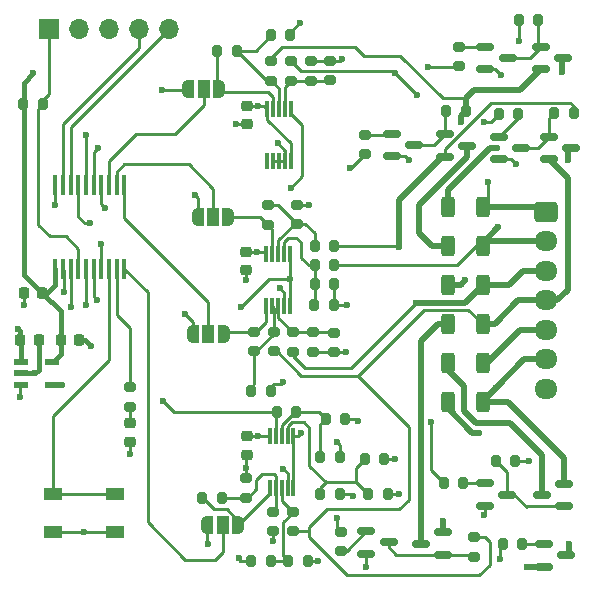
<source format=gtl>
G04 #@! TF.GenerationSoftware,KiCad,Pcbnew,(6.0.9)*
G04 #@! TF.CreationDate,2023-02-01T21:25:14-07:00*
G04 #@! TF.ProjectId,AutoDischarger,4175746f-4469-4736-9368-61726765722e,rev?*
G04 #@! TF.SameCoordinates,Original*
G04 #@! TF.FileFunction,Copper,L1,Top*
G04 #@! TF.FilePolarity,Positive*
%FSLAX46Y46*%
G04 Gerber Fmt 4.6, Leading zero omitted, Abs format (unit mm)*
G04 Created by KiCad (PCBNEW (6.0.9)) date 2023-02-01 21:25:14*
%MOMM*%
%LPD*%
G01*
G04 APERTURE LIST*
G04 Aperture macros list*
%AMRoundRect*
0 Rectangle with rounded corners*
0 $1 Rounding radius*
0 $2 $3 $4 $5 $6 $7 $8 $9 X,Y pos of 4 corners*
0 Add a 4 corners polygon primitive as box body*
4,1,4,$2,$3,$4,$5,$6,$7,$8,$9,$2,$3,0*
0 Add four circle primitives for the rounded corners*
1,1,$1+$1,$2,$3*
1,1,$1+$1,$4,$5*
1,1,$1+$1,$6,$7*
1,1,$1+$1,$8,$9*
0 Add four rect primitives between the rounded corners*
20,1,$1+$1,$2,$3,$4,$5,0*
20,1,$1+$1,$4,$5,$6,$7,0*
20,1,$1+$1,$6,$7,$8,$9,0*
20,1,$1+$1,$8,$9,$2,$3,0*%
%AMFreePoly0*
4,1,22,0.550000,-0.750000,0.000000,-0.750000,0.000000,-0.745033,-0.079941,-0.743568,-0.215256,-0.701293,-0.333266,-0.622738,-0.424486,-0.514219,-0.481581,-0.384460,-0.499164,-0.250000,-0.500000,-0.250000,-0.500000,0.250000,-0.499164,0.250000,-0.499963,0.256109,-0.478152,0.396186,-0.417904,0.524511,-0.324060,0.630769,-0.204165,0.706417,-0.067858,0.745374,0.000000,0.744959,0.000000,0.750000,
0.550000,0.750000,0.550000,-0.750000,0.550000,-0.750000,$1*%
%AMFreePoly1*
4,1,20,0.000000,0.744959,0.073905,0.744508,0.209726,0.703889,0.328688,0.626782,0.421226,0.519385,0.479903,0.390333,0.500000,0.250000,0.500000,-0.250000,0.499851,-0.262216,0.476331,-0.402017,0.414519,-0.529596,0.319384,-0.634700,0.198574,-0.708877,0.061801,-0.746166,0.000000,-0.745033,0.000000,-0.750000,-0.550000,-0.750000,-0.550000,0.750000,0.000000,0.750000,0.000000,0.744959,
0.000000,0.744959,$1*%
G04 Aperture macros list end*
G04 #@! TA.AperFunction,SMDPad,CuDef*
%ADD10RoundRect,0.150000X-0.587500X-0.150000X0.587500X-0.150000X0.587500X0.150000X-0.587500X0.150000X0*%
G04 #@! TD*
G04 #@! TA.AperFunction,SMDPad,CuDef*
%ADD11FreePoly0,0.000000*%
G04 #@! TD*
G04 #@! TA.AperFunction,SMDPad,CuDef*
%ADD12R,1.000000X1.500000*%
G04 #@! TD*
G04 #@! TA.AperFunction,SMDPad,CuDef*
%ADD13FreePoly1,0.000000*%
G04 #@! TD*
G04 #@! TA.AperFunction,SMDPad,CuDef*
%ADD14RoundRect,0.200000X0.275000X-0.200000X0.275000X0.200000X-0.275000X0.200000X-0.275000X-0.200000X0*%
G04 #@! TD*
G04 #@! TA.AperFunction,SMDPad,CuDef*
%ADD15RoundRect,0.225000X-0.250000X0.225000X-0.250000X-0.225000X0.250000X-0.225000X0.250000X0.225000X0*%
G04 #@! TD*
G04 #@! TA.AperFunction,SMDPad,CuDef*
%ADD16RoundRect,0.250000X-0.312500X-0.625000X0.312500X-0.625000X0.312500X0.625000X-0.312500X0.625000X0*%
G04 #@! TD*
G04 #@! TA.AperFunction,SMDPad,CuDef*
%ADD17RoundRect,0.200000X-0.275000X0.200000X-0.275000X-0.200000X0.275000X-0.200000X0.275000X0.200000X0*%
G04 #@! TD*
G04 #@! TA.AperFunction,SMDPad,CuDef*
%ADD18RoundRect,0.200000X-0.200000X-0.275000X0.200000X-0.275000X0.200000X0.275000X-0.200000X0.275000X0*%
G04 #@! TD*
G04 #@! TA.AperFunction,SMDPad,CuDef*
%ADD19RoundRect,0.200000X0.200000X0.275000X-0.200000X0.275000X-0.200000X-0.275000X0.200000X-0.275000X0*%
G04 #@! TD*
G04 #@! TA.AperFunction,SMDPad,CuDef*
%ADD20RoundRect,0.225000X-0.225000X-0.250000X0.225000X-0.250000X0.225000X0.250000X-0.225000X0.250000X0*%
G04 #@! TD*
G04 #@! TA.AperFunction,SMDPad,CuDef*
%ADD21R,1.150000X0.600000*%
G04 #@! TD*
G04 #@! TA.AperFunction,SMDPad,CuDef*
%ADD22R,0.300000X1.400000*%
G04 #@! TD*
G04 #@! TA.AperFunction,SMDPad,CuDef*
%ADD23RoundRect,0.225000X0.225000X0.250000X-0.225000X0.250000X-0.225000X-0.250000X0.225000X-0.250000X0*%
G04 #@! TD*
G04 #@! TA.AperFunction,ComponentPad*
%ADD24R,1.700000X1.700000*%
G04 #@! TD*
G04 #@! TA.AperFunction,ComponentPad*
%ADD25O,1.700000X1.700000*%
G04 #@! TD*
G04 #@! TA.AperFunction,SMDPad,CuDef*
%ADD26RoundRect,0.150000X0.587500X0.150000X-0.587500X0.150000X-0.587500X-0.150000X0.587500X-0.150000X0*%
G04 #@! TD*
G04 #@! TA.AperFunction,SMDPad,CuDef*
%ADD27R,0.450000X1.800000*%
G04 #@! TD*
G04 #@! TA.AperFunction,ComponentPad*
%ADD28RoundRect,0.250000X-0.725000X0.600000X-0.725000X-0.600000X0.725000X-0.600000X0.725000X0.600000X0*%
G04 #@! TD*
G04 #@! TA.AperFunction,ComponentPad*
%ADD29O,1.950000X1.700000*%
G04 #@! TD*
G04 #@! TA.AperFunction,SMDPad,CuDef*
%ADD30RoundRect,0.218750X0.256250X-0.218750X0.256250X0.218750X-0.256250X0.218750X-0.256250X-0.218750X0*%
G04 #@! TD*
G04 #@! TA.AperFunction,SMDPad,CuDef*
%ADD31R,1.550000X1.000000*%
G04 #@! TD*
G04 #@! TA.AperFunction,ViaPad*
%ADD32C,0.600000*%
G04 #@! TD*
G04 #@! TA.AperFunction,Conductor*
%ADD33C,0.250000*%
G04 #@! TD*
G04 #@! TA.AperFunction,Conductor*
%ADD34C,0.400000*%
G04 #@! TD*
G04 #@! TA.AperFunction,Conductor*
%ADD35C,0.500000*%
G04 #@! TD*
G04 APERTURE END LIST*
D10*
X153262500Y-98150000D03*
X153262500Y-100050000D03*
X155137500Y-99100000D03*
D11*
X124350000Y-131050000D03*
D12*
X125650000Y-131050000D03*
D13*
X126950000Y-131050000D03*
D14*
X133100000Y-93405000D03*
X133100000Y-91755000D03*
D15*
X127700000Y-123525000D03*
X127700000Y-125075000D03*
D10*
X139960000Y-97900000D03*
X139960000Y-99800000D03*
X141835000Y-98850000D03*
D16*
X144737500Y-120600000D03*
X147662500Y-120600000D03*
D10*
X144440000Y-97950000D03*
X144440000Y-99850000D03*
X146315000Y-98900000D03*
D17*
X133340000Y-114705000D03*
X133340000Y-116355000D03*
D11*
X123140000Y-114840000D03*
D12*
X124440000Y-114840000D03*
D13*
X125740000Y-114840000D03*
D14*
X131430000Y-93405000D03*
X131430000Y-91755000D03*
X117800000Y-121025000D03*
X117800000Y-119375000D03*
D18*
X133935000Y-125270000D03*
X135585000Y-125270000D03*
D14*
X145680000Y-92175000D03*
X145680000Y-90525000D03*
D19*
X129725000Y-134100000D03*
X128075000Y-134100000D03*
D14*
X146950000Y-133725000D03*
X146950000Y-132075000D03*
D18*
X149025000Y-96250000D03*
X150675000Y-96250000D03*
D20*
X108525000Y-115400000D03*
X110075000Y-115400000D03*
D17*
X135040000Y-114745000D03*
X135040000Y-116395000D03*
X128350000Y-114685000D03*
X128350000Y-116335000D03*
D18*
X108775000Y-95400000D03*
X110425000Y-95400000D03*
X130225000Y-121440000D03*
X131875000Y-121440000D03*
D17*
X135670000Y-131580000D03*
X135670000Y-133230000D03*
D18*
X137675000Y-125430000D03*
X139325000Y-125430000D03*
D16*
X144737500Y-107400000D03*
X147662500Y-107400000D03*
D17*
X129950000Y-129925000D03*
X129950000Y-131575000D03*
D14*
X127600000Y-128725000D03*
X127600000Y-127075000D03*
X131980000Y-105545000D03*
X131980000Y-103895000D03*
D18*
X144572500Y-95950000D03*
X146222500Y-95950000D03*
D10*
X149062500Y-98150000D03*
X149062500Y-100050000D03*
X150937500Y-99100000D03*
D16*
X144737500Y-114000000D03*
X147662500Y-114000000D03*
D18*
X133445000Y-109040000D03*
X135095000Y-109040000D03*
D21*
X108600000Y-117250000D03*
X108600000Y-118200000D03*
X108600000Y-119150000D03*
X111200000Y-119150000D03*
X111200000Y-117250000D03*
D19*
X152365000Y-88270000D03*
X150715000Y-88270000D03*
D18*
X128075000Y-119700000D03*
X129725000Y-119700000D03*
D17*
X131580000Y-114695000D03*
X131580000Y-116345000D03*
D11*
X123540000Y-104950000D03*
D12*
X124840000Y-104950000D03*
D13*
X126140000Y-104950000D03*
D11*
X122750000Y-94150000D03*
D12*
X124050000Y-94150000D03*
D13*
X125350000Y-94150000D03*
D22*
X129650000Y-127900000D03*
X130150000Y-127900000D03*
X130650000Y-127900000D03*
X131150000Y-127900000D03*
X131650000Y-127900000D03*
X131650000Y-123500000D03*
X131150000Y-123500000D03*
X130650000Y-123500000D03*
X130150000Y-123500000D03*
X129650000Y-123500000D03*
D10*
X147862500Y-127500000D03*
X147862500Y-129400000D03*
X149737500Y-128450000D03*
D22*
X129420000Y-100220000D03*
X129920000Y-100220000D03*
X130420000Y-100220000D03*
X130920000Y-100220000D03*
X131420000Y-100220000D03*
X131420000Y-95820000D03*
X130920000Y-95820000D03*
X130420000Y-95820000D03*
X129920000Y-95820000D03*
X129420000Y-95820000D03*
D18*
X134375000Y-122030000D03*
X136025000Y-122030000D03*
D17*
X129970000Y-114675000D03*
X129970000Y-116325000D03*
D16*
X144737500Y-110700000D03*
X147662500Y-110700000D03*
D15*
X127630000Y-107915000D03*
X127630000Y-109465000D03*
D23*
X110375000Y-111400000D03*
X108825000Y-111400000D03*
D10*
X152862500Y-132650000D03*
X152862500Y-134550000D03*
X154737500Y-133600000D03*
X137832500Y-131555000D03*
X137832500Y-133455000D03*
X139707500Y-132505000D03*
D18*
X153725000Y-96150000D03*
X155375000Y-96150000D03*
X133435000Y-110650000D03*
X135085000Y-110650000D03*
D20*
X111925000Y-115400000D03*
X113475000Y-115400000D03*
D24*
X110925000Y-89000000D03*
D25*
X113465000Y-89000000D03*
X116005000Y-89000000D03*
X118545000Y-89000000D03*
X121085000Y-89000000D03*
D14*
X129500000Y-105595000D03*
X129500000Y-103945000D03*
D18*
X144375000Y-127450000D03*
X146025000Y-127450000D03*
D14*
X129780000Y-93415000D03*
X129780000Y-91765000D03*
D16*
X144737500Y-104100000D03*
X147662500Y-104100000D03*
D18*
X133925000Y-128390000D03*
X135575000Y-128390000D03*
X129725000Y-89580000D03*
X131375000Y-89580000D03*
D17*
X131600000Y-129925000D03*
X131600000Y-131575000D03*
D26*
X144307500Y-133555000D03*
X144307500Y-131655000D03*
X142432500Y-132605000D03*
X154537500Y-129450000D03*
X154537500Y-127550000D03*
X152662500Y-128500000D03*
D10*
X147902500Y-90550000D03*
X147902500Y-92450000D03*
X149777500Y-91500000D03*
D18*
X125195000Y-90860000D03*
X126845000Y-90860000D03*
D16*
X144737500Y-117300000D03*
X147662500Y-117300000D03*
D27*
X111475000Y-109350000D03*
X112125000Y-109350000D03*
X112775000Y-109350000D03*
X113425000Y-109350000D03*
X114075000Y-109350000D03*
X114725000Y-109350000D03*
X115375000Y-109350000D03*
X116025000Y-109350000D03*
X116675000Y-109350000D03*
X117325000Y-109350000D03*
X117325000Y-102250000D03*
X116675000Y-102250000D03*
X116025000Y-102250000D03*
X115375000Y-102250000D03*
X114725000Y-102250000D03*
X114075000Y-102250000D03*
X113425000Y-102250000D03*
X112775000Y-102250000D03*
X112125000Y-102250000D03*
X111475000Y-102250000D03*
D18*
X131225000Y-134100000D03*
X132875000Y-134100000D03*
D14*
X134730000Y-93355000D03*
X134730000Y-91705000D03*
D18*
X148775000Y-125600000D03*
X150425000Y-125600000D03*
D15*
X127750000Y-95535000D03*
X127750000Y-97085000D03*
D18*
X133415000Y-112410000D03*
X135065000Y-112410000D03*
X137965000Y-128440000D03*
X139615000Y-128440000D03*
D28*
X153000000Y-104500000D03*
D29*
X153000000Y-107000000D03*
X153000000Y-109500000D03*
X153000000Y-112000000D03*
X153000000Y-114500000D03*
X153000000Y-117000000D03*
X153000000Y-119500000D03*
D22*
X129360000Y-112520000D03*
X129860000Y-112520000D03*
X130360000Y-112520000D03*
X130860000Y-112520000D03*
X131360000Y-112520000D03*
X131360000Y-108120000D03*
X130860000Y-108120000D03*
X130360000Y-108120000D03*
X129860000Y-108120000D03*
X129360000Y-108120000D03*
D18*
X123925000Y-128750000D03*
X125575000Y-128750000D03*
X149375000Y-132600000D03*
X151025000Y-132600000D03*
X133445000Y-107410000D03*
X135095000Y-107410000D03*
D14*
X137697500Y-99625000D03*
X137697500Y-97975000D03*
D10*
X152602500Y-90550000D03*
X152602500Y-92450000D03*
X154477500Y-91500000D03*
D30*
X117800000Y-123987500D03*
X117800000Y-122412500D03*
D31*
X111275000Y-128400000D03*
X116525000Y-128400000D03*
X111275000Y-131600000D03*
X116525000Y-131600000D03*
D32*
X128675000Y-123525000D03*
X128585000Y-107915000D03*
X128665000Y-95535000D03*
X151600000Y-125600000D03*
X136700000Y-128600000D03*
X108300000Y-114400000D03*
X108525000Y-120175000D03*
X129950000Y-132350000D03*
X144307500Y-130692500D03*
X130800000Y-126300000D03*
X132200000Y-88500000D03*
X140560000Y-128440000D03*
X137832500Y-134567500D03*
X123300000Y-103100000D03*
X127000000Y-133800000D03*
X124400000Y-132600000D03*
X109800000Y-118200000D03*
X108825000Y-112375000D03*
X130800000Y-118900000D03*
X122500000Y-113200000D03*
X140230000Y-125430000D03*
X133000000Y-103900000D03*
X127600000Y-126200000D03*
X141400000Y-100100000D03*
X151400000Y-134600000D03*
X135800000Y-91604500D03*
X133700000Y-134100000D03*
X150500000Y-100500000D03*
X111475000Y-103925000D03*
X113900000Y-131600000D03*
X130300000Y-98717508D03*
X130500000Y-111000000D03*
X117800000Y-125000000D03*
X120500000Y-94200000D03*
X136095000Y-116395000D03*
X127630000Y-110270000D03*
X137139751Y-122181507D03*
X149200000Y-92900000D03*
X126800000Y-97100000D03*
X112050000Y-119150000D03*
X136200000Y-112400000D03*
X114500000Y-115900000D03*
X147800000Y-130200000D03*
X109600000Y-92800000D03*
X148800000Y-119400000D03*
X112200000Y-111300000D03*
X135300000Y-124000000D03*
X120600000Y-120500000D03*
X112800000Y-112600000D03*
X114075000Y-98025000D03*
X143020799Y-92225500D03*
X136400000Y-100800000D03*
X115700000Y-104200000D03*
X147800000Y-96900000D03*
X115100000Y-99100000D03*
X114075000Y-112375000D03*
X135300000Y-130400000D03*
X115375000Y-107225000D03*
X143300000Y-122300000D03*
X115000000Y-112000000D03*
X149100000Y-133900000D03*
X131360000Y-110240000D03*
X127200000Y-112600000D03*
X132300000Y-123200000D03*
X114400000Y-105500000D03*
X131400000Y-102500000D03*
X140250000Y-92750000D03*
X148100000Y-102000000D03*
X150750000Y-90050000D03*
X142100000Y-94600000D03*
X149000000Y-105800000D03*
X145800002Y-96900000D03*
X142000000Y-112200000D03*
X140600000Y-107500000D03*
X148900000Y-99100000D03*
X154400000Y-92700000D03*
X146200000Y-110300000D03*
X154900000Y-100100000D03*
X155000000Y-132600000D03*
X147400000Y-123200000D03*
D33*
X128585000Y-107915000D02*
X129155000Y-107915000D01*
X127630000Y-107915000D02*
X128585000Y-107915000D01*
D34*
X108525000Y-114625000D02*
X108300000Y-114400000D01*
D33*
X129155000Y-107915000D02*
X129360000Y-108120000D01*
X108600000Y-115475000D02*
X108525000Y-115400000D01*
D35*
X144307500Y-131655000D02*
X144307500Y-130692500D01*
D33*
X136490000Y-128390000D02*
X136700000Y-128600000D01*
D35*
X148000000Y-117300000D02*
X150800000Y-114500000D01*
D33*
X128665000Y-95535000D02*
X129135000Y-95535000D01*
D34*
X108525000Y-115400000D02*
X108525000Y-114625000D01*
D33*
X131420000Y-98720000D02*
X129420000Y-96720000D01*
X128675000Y-123525000D02*
X129625000Y-123525000D01*
X127750000Y-95535000D02*
X128665000Y-95535000D01*
D35*
X150800000Y-114500000D02*
X153000000Y-114500000D01*
D33*
X129135000Y-95535000D02*
X129420000Y-95820000D01*
X129420000Y-96720000D02*
X129420000Y-95820000D01*
X131420000Y-100220000D02*
X131420000Y-98720000D01*
X127700000Y-123525000D02*
X128675000Y-123525000D01*
X108525000Y-120175000D02*
X108525000Y-119225000D01*
D35*
X147662500Y-117300000D02*
X148000000Y-117300000D01*
D33*
X150425000Y-125600000D02*
X151600000Y-125600000D01*
X135575000Y-128390000D02*
X136490000Y-128390000D01*
X129950000Y-131575000D02*
X129950000Y-132350000D01*
X108525000Y-119225000D02*
X108600000Y-119150000D01*
D34*
X108600000Y-117250000D02*
X108600000Y-115475000D01*
X111200000Y-119150000D02*
X112050000Y-119150000D01*
X110075000Y-117925000D02*
X109800000Y-118200000D01*
D33*
X135699500Y-91705000D02*
X135800000Y-91604500D01*
X127000000Y-134000000D02*
X127000000Y-133800000D01*
X133340000Y-116355000D02*
X135000000Y-116355000D01*
D34*
X110075000Y-115400000D02*
X110075000Y-117925000D01*
D33*
X130920000Y-100220000D02*
X130920000Y-99337508D01*
X139960000Y-99800000D02*
X141100000Y-99800000D01*
X117800000Y-123987500D02*
X117800000Y-125000000D01*
X129925000Y-119110000D02*
X130590000Y-119110000D01*
X139615000Y-128440000D02*
X140560000Y-128440000D01*
X131150000Y-127900000D02*
X131150000Y-126650000D01*
X116525000Y-131600000D02*
X113900000Y-131600000D01*
X127600000Y-126200000D02*
X127600000Y-125175000D01*
X132995000Y-103895000D02*
X133000000Y-103900000D01*
X134730000Y-91705000D02*
X135699500Y-91705000D01*
D34*
X113475000Y-115400000D02*
X114000000Y-115400000D01*
D33*
X123140000Y-113840000D02*
X122500000Y-113200000D01*
X129920000Y-100220000D02*
X130920000Y-100220000D01*
X127600000Y-127075000D02*
X127600000Y-126200000D01*
X136988244Y-122030000D02*
X137139751Y-122181507D01*
X150050000Y-100050000D02*
X150500000Y-100500000D01*
X135085000Y-110650000D02*
X135085000Y-112390000D01*
D34*
X114000000Y-115400000D02*
X114500000Y-115900000D01*
D33*
X122700000Y-94200000D02*
X120500000Y-94200000D01*
D35*
X151400000Y-134600000D02*
X152812500Y-134600000D01*
D33*
X139325000Y-125430000D02*
X140230000Y-125430000D01*
X130860000Y-112520000D02*
X130860000Y-111360000D01*
X131980000Y-103895000D02*
X132995000Y-103895000D01*
X131150000Y-126650000D02*
X130800000Y-126300000D01*
X147862500Y-129400000D02*
X147862500Y-130137500D01*
X141100000Y-99800000D02*
X141400000Y-100100000D01*
X124350000Y-132550000D02*
X124400000Y-132600000D01*
X128075000Y-134100000D02*
X127100000Y-134100000D01*
X127750000Y-97085000D02*
X126815000Y-97085000D01*
D34*
X108600000Y-118200000D02*
X109800000Y-118200000D01*
D33*
X130860000Y-111360000D02*
X130500000Y-111000000D01*
X130590000Y-119110000D02*
X130800000Y-118900000D01*
X148750000Y-92450000D02*
X149200000Y-92900000D01*
X123540000Y-104950000D02*
X123540000Y-103340000D01*
X123140000Y-114840000D02*
X123140000Y-113840000D01*
X132875000Y-134100000D02*
X133700000Y-134100000D01*
X133100000Y-91755000D02*
X134680000Y-91755000D01*
X130920000Y-99337508D02*
X130300000Y-98717508D01*
X136025000Y-122030000D02*
X136988244Y-122030000D01*
X135040000Y-116395000D02*
X136095000Y-116395000D01*
X147862500Y-130137500D02*
X147800000Y-130200000D01*
X124350000Y-131050000D02*
X124350000Y-132550000D01*
X149062500Y-100050000D02*
X150050000Y-100050000D01*
X127100000Y-134100000D02*
X127000000Y-134000000D01*
X137832500Y-133455000D02*
X137832500Y-134567500D01*
X113900000Y-131600000D02*
X111275000Y-131600000D01*
X135065000Y-112410000D02*
X136190000Y-112410000D01*
X108825000Y-111400000D02*
X108825000Y-112375000D01*
X123540000Y-103340000D02*
X123300000Y-103100000D01*
X111475000Y-102250000D02*
X111475000Y-103925000D01*
X147902500Y-92450000D02*
X148750000Y-92450000D01*
X136190000Y-112410000D02*
X136200000Y-112400000D01*
X126815000Y-97085000D02*
X126800000Y-97100000D01*
X131375000Y-89325000D02*
X132200000Y-88500000D01*
X127630000Y-109465000D02*
X127630000Y-110270000D01*
D34*
X110375000Y-111400000D02*
X110800000Y-111400000D01*
X111925000Y-116575000D02*
X111925000Y-115400000D01*
X111200000Y-117250000D02*
X111250000Y-117250000D01*
X111925000Y-115400000D02*
X111925000Y-112950000D01*
X108800000Y-109825000D02*
X108800000Y-93600000D01*
X111925000Y-112950000D02*
X110375000Y-111400000D01*
X111250000Y-117250000D02*
X111925000Y-116575000D01*
X111475000Y-110725000D02*
X111475000Y-109350000D01*
X110375000Y-111400000D02*
X108800000Y-109825000D01*
X110800000Y-111400000D02*
X111475000Y-110725000D01*
X108800000Y-93600000D02*
X109600000Y-92800000D01*
D33*
X117800000Y-122412500D02*
X117800000Y-121025000D01*
X135585000Y-124285000D02*
X135300000Y-124000000D01*
D35*
X147662500Y-120537500D02*
X148800000Y-119400000D01*
X151200000Y-117000000D02*
X153000000Y-117000000D01*
X147662500Y-120600000D02*
X149800000Y-120600000D01*
X148800000Y-119400000D02*
X151200000Y-117000000D01*
D33*
X135585000Y-125270000D02*
X135585000Y-124285000D01*
D35*
X149800000Y-120600000D02*
X154537500Y-125337500D01*
D33*
X112200000Y-111300000D02*
X112200000Y-109425000D01*
D35*
X154537500Y-125337500D02*
X154537500Y-127550000D01*
D33*
X121540000Y-121440000D02*
X130225000Y-121440000D01*
X112800000Y-112600000D02*
X112775000Y-112575000D01*
X112775000Y-112575000D02*
X112775000Y-109350000D01*
X121540000Y-121440000D02*
X120600000Y-120500000D01*
X130150000Y-123500000D02*
X130150000Y-121515000D01*
X110425000Y-95400000D02*
X110425000Y-95075000D01*
X110050000Y-95775000D02*
X110425000Y-95400000D01*
X110925000Y-94575000D02*
X110925000Y-89000000D01*
X110425000Y-95075000D02*
X110925000Y-94575000D01*
X110050000Y-105650000D02*
X111000000Y-106600000D01*
X111000000Y-106600000D02*
X112400000Y-106600000D01*
X113425000Y-107625000D02*
X113425000Y-109350000D01*
X110050000Y-105650000D02*
X110050000Y-95775000D01*
X112400000Y-106600000D02*
X113425000Y-107625000D01*
X145629500Y-92225500D02*
X143020799Y-92225500D01*
X114075000Y-102250000D02*
X114075000Y-98025000D01*
X115375000Y-102250000D02*
X115375000Y-103875000D01*
X115375000Y-103875000D02*
X115700000Y-104200000D01*
X136522500Y-100800000D02*
X137697500Y-99625000D01*
X136400000Y-100800000D02*
X136522500Y-100800000D01*
X114725000Y-99475000D02*
X115100000Y-99100000D01*
X114725000Y-102250000D02*
X114725000Y-99475000D01*
X148375000Y-96900000D02*
X149025000Y-96250000D01*
X147800000Y-96900000D02*
X148375000Y-96900000D01*
X116025000Y-117075000D02*
X116025000Y-109350000D01*
X111275000Y-128400000D02*
X111275000Y-121825000D01*
X116525000Y-128400000D02*
X111275000Y-128400000D01*
X111275000Y-121825000D02*
X116025000Y-117075000D01*
X116675000Y-113225000D02*
X116675000Y-109350000D01*
X117800000Y-119375000D02*
X117800000Y-114350000D01*
X117800000Y-114350000D02*
X116675000Y-113225000D01*
X125000000Y-134000000D02*
X122500000Y-134000000D01*
X125650000Y-131050000D02*
X125650000Y-133350000D01*
X119300000Y-111325000D02*
X117325000Y-109350000D01*
X125650000Y-133350000D02*
X125000000Y-134000000D01*
X122500000Y-134000000D02*
X119300000Y-130800000D01*
X119300000Y-130800000D02*
X119300000Y-111325000D01*
X124440000Y-114840000D02*
X124440000Y-112140000D01*
X124440000Y-112140000D02*
X117325000Y-105025000D01*
X117325000Y-105025000D02*
X117325000Y-102250000D01*
X124840000Y-102540000D02*
X124840000Y-104950000D01*
X122800000Y-100500000D02*
X124840000Y-102540000D01*
X116675000Y-102250000D02*
X116675000Y-101100000D01*
X116675000Y-101100000D02*
X117275000Y-100500000D01*
X117275000Y-100500000D02*
X122800000Y-100500000D01*
X116025000Y-102250000D02*
X116025000Y-100175000D01*
X118300000Y-97900000D02*
X121600000Y-97900000D01*
X116025000Y-100175000D02*
X118300000Y-97900000D01*
X124050000Y-95450000D02*
X121600000Y-97900000D01*
X124050000Y-94150000D02*
X124050000Y-95450000D01*
X135300000Y-131210000D02*
X135670000Y-131580000D01*
X114075000Y-109350000D02*
X114075000Y-112375000D01*
X135300000Y-130400000D02*
X135300000Y-131210000D01*
X143300000Y-126375000D02*
X144375000Y-127450000D01*
X143300000Y-122300000D02*
X143300000Y-126375000D01*
X115375000Y-109350000D02*
X115375000Y-107225000D01*
X149100000Y-132875000D02*
X149375000Y-132600000D01*
X114725000Y-109350000D02*
X114725000Y-111725000D01*
X114725000Y-111725000D02*
X115000000Y-112000000D01*
X149100000Y-133900000D02*
X149100000Y-132875000D01*
X131420000Y-96220000D02*
X132400000Y-97200000D01*
X132400000Y-101500000D02*
X131400000Y-102500000D01*
X131650000Y-123500000D02*
X131650000Y-127900000D01*
X131360000Y-108120000D02*
X131360000Y-110240000D01*
X127200000Y-112600000D02*
X129560000Y-110240000D01*
X113425000Y-102250000D02*
X113425000Y-104925000D01*
X114000000Y-105500000D02*
X114400000Y-105500000D01*
X113425000Y-104925000D02*
X114000000Y-105500000D01*
X129560000Y-110240000D02*
X131360000Y-110240000D01*
X131650000Y-123500000D02*
X132000000Y-123500000D01*
X132000000Y-123500000D02*
X132300000Y-123200000D01*
X131360000Y-110240000D02*
X131360000Y-112520000D01*
X132400000Y-97200000D02*
X132400000Y-101500000D01*
X112775000Y-102250000D02*
X112775000Y-97310000D01*
X112775000Y-97310000D02*
X121085000Y-89000000D01*
X112125000Y-102250000D02*
X112125000Y-97075000D01*
X112125000Y-97075000D02*
X118545000Y-90655000D01*
X118545000Y-90655000D02*
X118545000Y-89000000D01*
X124900000Y-129700000D02*
X126000000Y-129700000D01*
X126950000Y-131050000D02*
X129650000Y-128350000D01*
X123950000Y-128750000D02*
X124900000Y-129700000D01*
X126000000Y-129700000D02*
X126950000Y-130650000D01*
X130150000Y-129725000D02*
X130150000Y-127900000D01*
X130000000Y-126700000D02*
X129000000Y-126700000D01*
X130150000Y-127900000D02*
X130150000Y-126850000D01*
X129000000Y-126700000D02*
X128500000Y-127200000D01*
X128500000Y-128000000D02*
X127775000Y-128725000D01*
X128500000Y-127200000D02*
X128500000Y-128000000D01*
X130150000Y-126850000D02*
X130000000Y-126700000D01*
X125575000Y-128750000D02*
X127575000Y-128750000D01*
X131600000Y-130000000D02*
X130800000Y-130800000D01*
X131600000Y-129925000D02*
X130650000Y-128975000D01*
X130650000Y-128975000D02*
X130650000Y-127900000D01*
X130800000Y-133675000D02*
X131225000Y-134100000D01*
X129725000Y-134100000D02*
X131225000Y-134100000D01*
X130800000Y-130800000D02*
X130800000Y-133675000D01*
X134400000Y-127400000D02*
X136925000Y-127400000D01*
X131150000Y-122650000D02*
X131150000Y-123500000D01*
X131500000Y-122300000D02*
X131150000Y-122650000D01*
X136925000Y-127400000D02*
X137965000Y-128440000D01*
X133925000Y-127875000D02*
X134400000Y-127400000D01*
X133000000Y-122800000D02*
X132500000Y-122300000D01*
X136925000Y-127400000D02*
X136925000Y-126180000D01*
X133000000Y-126000000D02*
X133000000Y-122800000D01*
X133925000Y-128390000D02*
X133925000Y-127875000D01*
X136925000Y-126180000D02*
X137675000Y-125430000D01*
X134400000Y-127400000D02*
X133000000Y-126000000D01*
X132500000Y-122300000D02*
X131500000Y-122300000D01*
X133935000Y-125270000D02*
X133935000Y-122470000D01*
X131875000Y-121440000D02*
X133785000Y-121440000D01*
X130650000Y-122550000D02*
X131760000Y-121440000D01*
X133785000Y-121440000D02*
X134375000Y-122030000D01*
X133935000Y-122470000D02*
X134375000Y-122030000D01*
X130650000Y-123500000D02*
X130650000Y-122550000D01*
X133100000Y-93405000D02*
X134680000Y-93405000D01*
X130920000Y-95820000D02*
X130920000Y-93915000D01*
X130920000Y-93915000D02*
X131430000Y-93405000D01*
X131430000Y-93405000D02*
X133100000Y-93405000D01*
X129780000Y-93415000D02*
X129400000Y-93415000D01*
X130420000Y-95820000D02*
X130420000Y-94055000D01*
X126845000Y-90860000D02*
X128445000Y-90860000D01*
X130420000Y-94055000D02*
X129780000Y-93415000D01*
X128445000Y-90860000D02*
X129725000Y-89580000D01*
X129400000Y-93415000D02*
X126845000Y-90860000D01*
X125600000Y-94400000D02*
X129500000Y-94400000D01*
X129920000Y-94820000D02*
X129920000Y-95820000D01*
X125195000Y-90860000D02*
X125195000Y-93995000D01*
X129500000Y-94400000D02*
X129920000Y-94820000D01*
X129360000Y-113840000D02*
X129360000Y-112520000D01*
X128515000Y-114685000D02*
X129360000Y-113840000D01*
X125895000Y-114685000D02*
X128350000Y-114685000D01*
X128275000Y-119110000D02*
X128275000Y-116410000D01*
X129970000Y-112630000D02*
X129860000Y-112520000D01*
X128465000Y-116335000D02*
X129970000Y-114830000D01*
X129970000Y-114675000D02*
X129970000Y-112630000D01*
X131580000Y-114695000D02*
X133330000Y-114695000D01*
X130360000Y-113470000D02*
X131580000Y-114690000D01*
X130360000Y-112520000D02*
X130360000Y-113470000D01*
X133340000Y-114705000D02*
X135000000Y-114705000D01*
X132940000Y-109040000D02*
X132300000Y-108400000D01*
X130860000Y-107040000D02*
X130860000Y-108120000D01*
X132300000Y-108400000D02*
X132300000Y-107100000D01*
X133445000Y-109040000D02*
X132940000Y-109040000D01*
X131200000Y-106700000D02*
X130860000Y-107040000D01*
X133435000Y-110650000D02*
X133435000Y-112390000D01*
X132300000Y-107100000D02*
X131900000Y-106700000D01*
X131900000Y-106700000D02*
X131200000Y-106700000D01*
X133445000Y-109040000D02*
X133445000Y-110640000D01*
X130380000Y-103945000D02*
X131980000Y-105545000D01*
X133445000Y-106345000D02*
X133445000Y-107410000D01*
X131980000Y-105545000D02*
X132645000Y-105545000D01*
X129500000Y-103945000D02*
X130380000Y-103945000D01*
X132645000Y-105545000D02*
X133445000Y-106345000D01*
X130360000Y-106940000D02*
X131755000Y-105545000D01*
X130360000Y-108120000D02*
X130360000Y-106940000D01*
X129860000Y-108120000D02*
X129860000Y-105955000D01*
X126140000Y-104950000D02*
X128855000Y-104950000D01*
X128855000Y-104950000D02*
X129500000Y-105595000D01*
X129860000Y-105955000D02*
X129500000Y-105595000D01*
X140100000Y-92600000D02*
X140250000Y-92750000D01*
X150715000Y-88270000D02*
X150715000Y-90015000D01*
X131430000Y-91755000D02*
X132275000Y-92600000D01*
X132275000Y-92600000D02*
X140100000Y-92600000D01*
X150715000Y-90015000D02*
X150750000Y-90050000D01*
D35*
X147662500Y-104100000D02*
X152600000Y-104100000D01*
D33*
X148100000Y-102000000D02*
X148100000Y-103662500D01*
X140250000Y-92750000D02*
X142100000Y-94600000D01*
D35*
X148062500Y-107000000D02*
X153000000Y-107000000D01*
X145800002Y-96900000D02*
X145800002Y-96372498D01*
D33*
X144277500Y-94877500D02*
X146222500Y-94877500D01*
D35*
X146222500Y-94877500D02*
X146900000Y-94200000D01*
X147200000Y-94200000D02*
X150852500Y-94200000D01*
D33*
X140700000Y-91300000D02*
X144277500Y-94877500D01*
D35*
X146222500Y-95950000D02*
X146222500Y-94877500D01*
D33*
X135095000Y-109040000D02*
X145460000Y-109040000D01*
D35*
X147662500Y-107137500D02*
X149000000Y-105800000D01*
X145800002Y-96372498D02*
X146222500Y-95950000D01*
D33*
X129780000Y-91520000D02*
X130700000Y-90600000D01*
D35*
X147662500Y-107400000D02*
X148062500Y-107000000D01*
X146900000Y-94200000D02*
X147200000Y-94200000D01*
D33*
X145460000Y-109040000D02*
X147100000Y-107400000D01*
D35*
X150852500Y-94200000D02*
X152602500Y-92450000D01*
D33*
X137600000Y-91300000D02*
X140700000Y-91300000D01*
X147100000Y-107400000D02*
X147662500Y-107400000D01*
X136900000Y-90600000D02*
X137600000Y-91300000D01*
X130700000Y-90600000D02*
X136900000Y-90600000D01*
X155100000Y-95300000D02*
X155375000Y-95575000D01*
D35*
X151100000Y-109500000D02*
X153000000Y-109500000D01*
D33*
X148357830Y-95300000D02*
X155100000Y-95300000D01*
X144440000Y-99850000D02*
X144440000Y-99217830D01*
X135105000Y-107400000D02*
X140500000Y-107400000D01*
X155375000Y-95575000D02*
X155375000Y-96150000D01*
X131580000Y-116680000D02*
X132600000Y-117700000D01*
X144440000Y-99217830D02*
X148357830Y-95300000D01*
X131580000Y-116345000D02*
X131580000Y-116680000D01*
D35*
X140600000Y-103500000D02*
X140600000Y-107500000D01*
D33*
X136500000Y-117700000D02*
X142000000Y-112200000D01*
X132600000Y-117700000D02*
X136500000Y-117700000D01*
D35*
X147662500Y-110700000D02*
X149900000Y-110700000D01*
X149900000Y-110700000D02*
X151100000Y-109500000D01*
X146162500Y-112200000D02*
X147662500Y-110700000D01*
D33*
X140500000Y-107400000D02*
X140600000Y-107500000D01*
D35*
X142000000Y-112200000D02*
X146162500Y-112200000D01*
X144250000Y-99850000D02*
X140600000Y-103500000D01*
X154000000Y-112000000D02*
X154900000Y-111100000D01*
D33*
X130225000Y-116325000D02*
X132300000Y-118400000D01*
X131600000Y-131575000D02*
X132975000Y-131575000D01*
X141400000Y-122700000D02*
X137100000Y-118400000D01*
X132975000Y-131225000D02*
X134500000Y-129700000D01*
X132975000Y-131575000D02*
X132975000Y-132075000D01*
X132975000Y-132075000D02*
X136200000Y-135300000D01*
X132300000Y-118400000D02*
X137100000Y-118400000D01*
D35*
X154900000Y-111100000D02*
X154900000Y-101687500D01*
D33*
X146462500Y-112800000D02*
X147662500Y-114000000D01*
X148300000Y-132500000D02*
X147875000Y-132075000D01*
X137100000Y-118400000D02*
X142700000Y-112800000D01*
X134500000Y-129700000D02*
X140600000Y-129700000D01*
X132975000Y-131575000D02*
X132975000Y-131225000D01*
D35*
X148700000Y-114000000D02*
X150700000Y-112000000D01*
D33*
X147400000Y-135300000D02*
X148300000Y-134400000D01*
D35*
X147662500Y-114000000D02*
X148700000Y-114000000D01*
D33*
X147875000Y-132075000D02*
X146950000Y-132075000D01*
X142700000Y-112800000D02*
X146462500Y-112800000D01*
X136200000Y-135300000D02*
X147400000Y-135300000D01*
X141400000Y-128900000D02*
X141400000Y-122700000D01*
D35*
X153000000Y-112000000D02*
X154000000Y-112000000D01*
D33*
X148300000Y-134400000D02*
X148300000Y-132500000D01*
D35*
X154900000Y-101687500D02*
X153262500Y-100050000D01*
X150700000Y-112000000D02*
X153000000Y-112000000D01*
D33*
X140600000Y-129700000D02*
X141400000Y-128900000D01*
X145680000Y-90525000D02*
X147877500Y-90525000D01*
X151652500Y-91500000D02*
X152602500Y-90550000D01*
X152365000Y-88270000D02*
X152365000Y-90312500D01*
X149777500Y-91500000D02*
X151652500Y-91500000D01*
X152365000Y-90312500D02*
X152602500Y-90550000D01*
X137697500Y-97975000D02*
X139885000Y-97975000D01*
X143540000Y-98850000D02*
X144440000Y-97950000D01*
X141835000Y-98850000D02*
X143540000Y-98850000D01*
X144440000Y-97950000D02*
X144440000Y-96082500D01*
X149062500Y-98150000D02*
X150675000Y-96537500D01*
X150937500Y-99100000D02*
X152312500Y-99100000D01*
X152312500Y-99100000D02*
X153262500Y-98150000D01*
X153262500Y-96612500D02*
X153725000Y-96150000D01*
X153262500Y-98150000D02*
X153262500Y-96612500D01*
X136157500Y-133230000D02*
X137832500Y-131555000D01*
X135670000Y-133230000D02*
X136157500Y-133230000D01*
X139707500Y-132907500D02*
X140355000Y-133555000D01*
X139707500Y-132505000D02*
X139707500Y-132907500D01*
X144307500Y-133555000D02*
X146780000Y-133555000D01*
X140355000Y-133555000D02*
X144307500Y-133555000D01*
X146025000Y-127450000D02*
X147812500Y-127450000D01*
X149737500Y-128450000D02*
X149737500Y-126562500D01*
X150350000Y-128450000D02*
X151400000Y-129500000D01*
X151350000Y-129450000D02*
X154537500Y-129450000D01*
X149737500Y-126562500D02*
X148775000Y-125600000D01*
D35*
X148300000Y-99100000D02*
X148900000Y-99100000D01*
X154400000Y-92700000D02*
X154400000Y-91577500D01*
X144737500Y-102662500D02*
X148300000Y-99100000D01*
X144737500Y-104100000D02*
X144737500Y-102662500D01*
X143400000Y-107400000D02*
X142300000Y-106300000D01*
X146315000Y-99885000D02*
X146315000Y-98900000D01*
X144737500Y-107400000D02*
X143400000Y-107400000D01*
X142300000Y-106300000D02*
X142300000Y-103900000D01*
X142300000Y-103900000D02*
X146315000Y-99885000D01*
X145800000Y-110700000D02*
X146200000Y-110300000D01*
X154900000Y-99337500D02*
X155137500Y-99100000D01*
X154900000Y-100100000D02*
X154900000Y-99337500D01*
X144737500Y-110700000D02*
X145800000Y-110700000D01*
X143900000Y-114000000D02*
X144737500Y-114000000D01*
X142432500Y-115467500D02*
X143900000Y-114000000D01*
X142432500Y-132605000D02*
X142432500Y-115467500D01*
X146100000Y-121400000D02*
X146100000Y-119300000D01*
X146100000Y-119300000D02*
X144737500Y-117937500D01*
X147100000Y-122400000D02*
X146100000Y-121400000D01*
X144737500Y-117937500D02*
X144737500Y-117300000D01*
X152662500Y-125062500D02*
X150000000Y-122400000D01*
X150000000Y-122400000D02*
X147100000Y-122400000D01*
X152662500Y-128500000D02*
X152662500Y-125062500D01*
D33*
X151025000Y-132600000D02*
X152812500Y-132600000D01*
D35*
X155000000Y-132600000D02*
X155000000Y-133337500D01*
X146800000Y-123200000D02*
X147400000Y-123200000D01*
X144737500Y-121137500D02*
X146800000Y-123200000D01*
X155000000Y-133337500D02*
X154737500Y-133600000D01*
M02*

</source>
